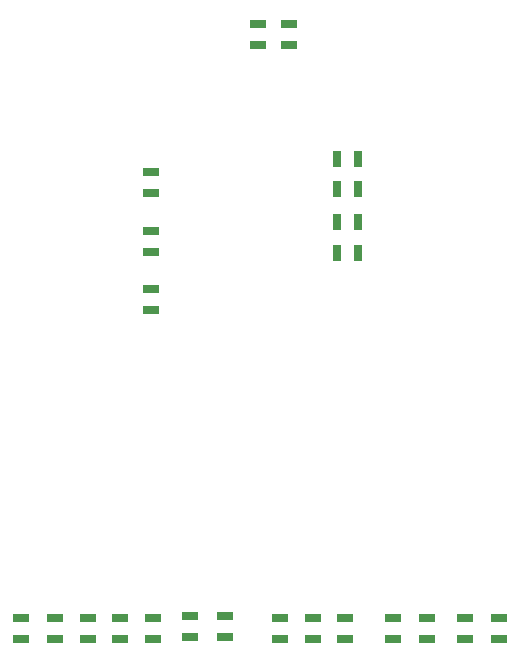
<source format=gbr>
%TF.GenerationSoftware,Altium Limited,Altium Designer,23.5.1 (21)*%
G04 Layer_Color=8421504*
%FSLAX45Y45*%
%MOMM*%
%TF.SameCoordinates,7ECB1A03-3DEC-426C-BD6E-5A7E68E82EE6*%
%TF.FilePolarity,Positive*%
%TF.FileFunction,Paste,Top*%
%TF.Part,Single*%
G01*
G75*
%TA.AperFunction,SMDPad,CuDef*%
G04:AMPARAMS|DCode=10|XSize=1.3mm|YSize=0.76mm|CornerRadius=0.095mm|HoleSize=0mm|Usage=FLASHONLY|Rotation=90.000|XOffset=0mm|YOffset=0mm|HoleType=Round|Shape=RoundedRectangle|*
%AMROUNDEDRECTD10*
21,1,1.30000,0.57000,0,0,90.0*
21,1,1.11000,0.76000,0,0,90.0*
1,1,0.19000,0.28500,0.55500*
1,1,0.19000,0.28500,-0.55500*
1,1,0.19000,-0.28500,-0.55500*
1,1,0.19000,-0.28500,0.55500*
%
%ADD10ROUNDEDRECTD10*%
G04:AMPARAMS|DCode=11|XSize=1.3mm|YSize=0.76mm|CornerRadius=0.095mm|HoleSize=0mm|Usage=FLASHONLY|Rotation=0.000|XOffset=0mm|YOffset=0mm|HoleType=Round|Shape=RoundedRectangle|*
%AMROUNDEDRECTD11*
21,1,1.30000,0.57000,0,0,0.0*
21,1,1.11000,0.76000,0,0,0.0*
1,1,0.19000,0.55500,-0.28500*
1,1,0.19000,-0.55500,-0.28500*
1,1,0.19000,-0.55500,0.28500*
1,1,0.19000,0.55500,0.28500*
%
%ADD11ROUNDEDRECTD11*%
D10*
X5296000Y5765800D02*
D03*
X5117000D02*
D03*
X5116900Y6311900D02*
D03*
X5295900D02*
D03*
X5116900Y6565900D02*
D03*
X5295900D02*
D03*
X5297000Y6032500D02*
D03*
X5118000D02*
D03*
D11*
X4635500Y2680800D02*
D03*
Y2501800D02*
D03*
X4914900Y2680800D02*
D03*
Y2501800D02*
D03*
X5181600Y2680800D02*
D03*
Y2501800D02*
D03*
X5880100Y2680800D02*
D03*
Y2501800D02*
D03*
X5588000Y2680800D02*
D03*
Y2501800D02*
D03*
X3543300Y5461000D02*
D03*
Y5282000D02*
D03*
Y5957400D02*
D03*
Y5778400D02*
D03*
Y6452700D02*
D03*
Y6273700D02*
D03*
X4711700Y7710000D02*
D03*
Y7531000D02*
D03*
X4445000Y7710000D02*
D03*
Y7531000D02*
D03*
X6489700Y2680800D02*
D03*
Y2501800D02*
D03*
X6197600Y2680800D02*
D03*
Y2501800D02*
D03*
X3276600Y2680900D02*
D03*
Y2501900D02*
D03*
X2438400Y2680900D02*
D03*
Y2501900D02*
D03*
X2730500Y2680900D02*
D03*
Y2501900D02*
D03*
X3009900Y2680900D02*
D03*
Y2501900D02*
D03*
X3873500Y2693500D02*
D03*
Y2514500D02*
D03*
X4165600Y2693500D02*
D03*
Y2514500D02*
D03*
X3556000Y2680800D02*
D03*
Y2501800D02*
D03*
%TF.MD5,ec5d736dd279ffc6175a1140c54c6bd4*%
M02*

</source>
